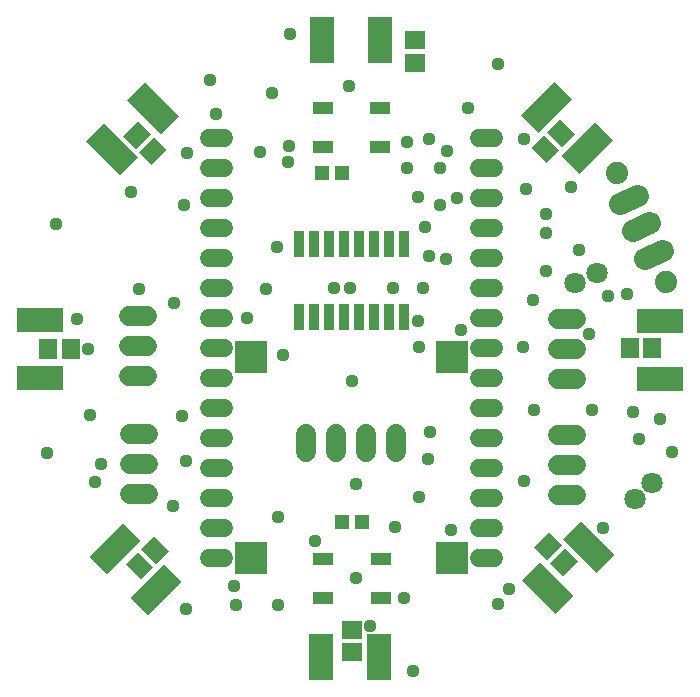
<source format=gbr>
G04 EAGLE Gerber RS-274X export*
G75*
%MOMM*%
%FSLAX34Y34*%
%LPD*%
%INSoldermask Bottom*%
%IPPOS*%
%AMOC8*
5,1,8,0,0,1.08239X$1,22.5*%
G01*
%ADD10C,1.727200*%
%ADD11R,0.863600X2.235200*%
%ADD12R,1.703200X1.103200*%
%ADD13R,2.133600X4.013200*%
%ADD14R,4.013200X2.133600*%
%ADD15R,1.803200X1.503200*%
%ADD16R,1.503200X1.803200*%
%ADD17C,1.511200*%
%ADD18R,2.743200X2.743200*%
%ADD19C,1.803200*%
%ADD20R,1.303200X1.203200*%
%ADD21C,1.853200*%
%ADD22C,1.879600*%
%ADD23C,1.117600*%


D10*
X-65989Y322686D02*
X-50749Y322686D01*
X-50749Y297286D02*
X-65989Y297286D01*
X-65989Y271886D02*
X-50749Y271886D01*
X296418Y269566D02*
X311658Y269566D01*
X311658Y294966D02*
X296418Y294966D01*
X296418Y320366D02*
X311658Y320366D01*
D11*
X77640Y383666D03*
X77640Y322198D03*
X90340Y383666D03*
X103040Y383666D03*
X90340Y322198D03*
X103040Y322198D03*
X115740Y383666D03*
X115740Y322198D03*
X128440Y383666D03*
X128440Y322198D03*
X141140Y383666D03*
X153840Y383666D03*
X141140Y322198D03*
X153840Y322198D03*
X166540Y383666D03*
X166540Y322198D03*
D10*
X83869Y222654D02*
X83869Y207414D01*
X109269Y207414D02*
X109269Y222654D01*
X134669Y222654D02*
X134669Y207414D01*
X160069Y207414D02*
X160069Y222654D01*
D12*
X97468Y465861D03*
X97468Y498861D03*
X146468Y465861D03*
X146468Y498861D03*
X97535Y84118D03*
X97535Y117118D03*
X146535Y84118D03*
X146535Y117118D03*
D10*
X-50673Y171953D02*
X-65913Y171953D01*
X-65913Y197353D02*
X-50673Y197353D01*
X-50673Y222753D02*
X-65913Y222753D01*
X296880Y171100D02*
X312120Y171100D01*
X312120Y196500D02*
X296880Y196500D01*
X296880Y221900D02*
X312120Y221900D01*
D13*
X96765Y556736D03*
X145787Y556736D03*
D14*
G36*
X265177Y493059D02*
X293554Y521436D01*
X308641Y506349D01*
X280264Y477972D01*
X265177Y493059D01*
G37*
G36*
X299841Y458396D02*
X328218Y486773D01*
X343305Y471686D01*
X314928Y443309D01*
X299841Y458396D01*
G37*
X382884Y318460D03*
X382884Y269438D03*
G36*
X316125Y148998D02*
X344502Y120621D01*
X329415Y105534D01*
X301038Y133911D01*
X316125Y148998D01*
G37*
G36*
X281462Y114334D02*
X309839Y85957D01*
X294752Y70870D01*
X266375Y99247D01*
X281462Y114334D01*
G37*
D13*
X145218Y34449D03*
X96196Y34449D03*
D14*
G36*
X-22083Y97779D02*
X-50460Y69402D01*
X-65547Y84489D01*
X-37170Y112866D01*
X-22083Y97779D01*
G37*
G36*
X-56747Y132443D02*
X-85124Y104066D01*
X-100211Y119153D01*
X-71834Y147530D01*
X-56747Y132443D01*
G37*
X-141441Y270707D03*
X-141441Y319729D03*
G36*
X-74035Y442334D02*
X-102412Y470711D01*
X-87325Y485798D01*
X-58948Y457421D01*
X-74035Y442334D01*
G37*
G36*
X-39371Y476998D02*
X-67748Y505375D01*
X-52661Y520462D01*
X-24284Y492085D01*
X-39371Y476998D01*
G37*
D15*
X175558Y556474D03*
X175558Y537474D03*
D16*
G36*
X287829Y478886D02*
X298458Y489515D01*
X311207Y476766D01*
X300578Y466137D01*
X287829Y478886D01*
G37*
G36*
X274394Y465451D02*
X285023Y476080D01*
X297772Y463331D01*
X287143Y452702D01*
X274394Y465451D01*
G37*
X376784Y295656D03*
X357784Y295656D03*
G36*
X303000Y126309D02*
X313629Y115680D01*
X300880Y102931D01*
X290251Y113560D01*
X303000Y126309D01*
G37*
G36*
X289565Y139744D02*
X300194Y129115D01*
X287445Y116366D01*
X276816Y126995D01*
X289565Y139744D01*
G37*
D15*
X122174Y38252D03*
X122174Y57252D03*
D16*
G36*
X-45959Y110438D02*
X-56588Y99809D01*
X-69337Y112558D01*
X-58708Y123187D01*
X-45959Y110438D01*
G37*
G36*
X-32524Y123873D02*
X-43153Y113244D01*
X-55902Y125993D01*
X-45273Y136622D01*
X-32524Y123873D01*
G37*
X-134722Y294640D03*
X-115722Y294640D03*
G36*
X-60858Y464372D02*
X-71487Y475001D01*
X-58738Y487750D01*
X-48109Y477121D01*
X-60858Y464372D01*
G37*
G36*
X-47423Y450937D02*
X-58052Y461566D01*
X-45303Y474315D01*
X-34674Y463686D01*
X-47423Y450937D01*
G37*
D17*
X966Y473201D02*
X14046Y473201D01*
X14046Y447801D02*
X966Y447801D01*
X966Y422401D02*
X14046Y422401D01*
X14046Y397001D02*
X966Y397001D01*
X966Y371601D02*
X14046Y371601D01*
X14046Y346201D02*
X966Y346201D01*
X966Y320801D02*
X14046Y320801D01*
X14046Y295401D02*
X966Y295401D01*
X966Y270001D02*
X14046Y270001D01*
X14046Y244601D02*
X966Y244601D01*
X966Y219201D02*
X14046Y219201D01*
X14046Y193801D02*
X966Y193801D01*
X966Y168401D02*
X14046Y168401D01*
X14046Y143001D02*
X966Y143001D01*
X966Y117601D02*
X14046Y117601D01*
X229566Y473201D02*
X242646Y473201D01*
X242646Y447801D02*
X229566Y447801D01*
X229566Y422401D02*
X242646Y422401D01*
X242646Y397001D02*
X229566Y397001D01*
X229566Y371601D02*
X242646Y371601D01*
X242646Y346201D02*
X229566Y346201D01*
X229566Y320801D02*
X242646Y320801D01*
X242646Y295401D02*
X229566Y295401D01*
X229566Y270001D02*
X242646Y270001D01*
X242646Y244601D02*
X229566Y244601D01*
X229566Y219201D02*
X242646Y219201D01*
X242646Y193801D02*
X229566Y193801D01*
X229566Y168401D02*
X242646Y168401D01*
X242646Y143001D02*
X229566Y143001D01*
X229566Y117601D02*
X242646Y117601D01*
D18*
X36740Y118157D03*
X36740Y288337D03*
X206920Y118157D03*
X206920Y288337D03*
D19*
X329643Y359146D03*
X311386Y350980D03*
D20*
X97291Y444119D03*
X114291Y444119D03*
X113801Y148590D03*
X130801Y148590D03*
D21*
X370247Y371368D02*
X385321Y378079D01*
X374989Y401283D02*
X359916Y394572D01*
X349585Y417776D02*
X364658Y424487D01*
D22*
X388115Y351519D03*
X346790Y444335D03*
D19*
X362429Y167729D03*
X376571Y181871D03*
D23*
X159000Y144000D03*
X125500Y181000D03*
X206500Y142000D03*
X245700Y79300D03*
X255500Y92000D03*
X59500Y152500D03*
X214500Y311000D03*
X269500Y430500D03*
X178900Y296300D03*
X-95500Y182500D03*
X-18000Y200000D03*
X-101500Y294600D03*
X-99800Y238900D03*
X-58100Y345900D03*
X-20200Y417100D03*
X-17000Y461000D03*
X323300Y307900D03*
X326000Y243400D03*
X276200Y243100D03*
X383300Y235400D03*
X178000Y424000D03*
X169000Y448000D03*
X54500Y512000D03*
X267800Y472400D03*
X246200Y536100D03*
X2500Y522500D03*
X287000Y360600D03*
X220200Y498800D03*
X178700Y318500D03*
X-65000Y428000D03*
X122000Y267500D03*
X-28900Y162100D03*
X70000Y562000D03*
X-128100Y401100D03*
X334800Y143200D03*
X393400Y207800D03*
X211500Y422500D03*
X308200Y432100D03*
X169000Y470500D03*
X268200Y183000D03*
X58500Y381000D03*
X360600Y241400D03*
X91000Y132000D03*
X-135500Y207000D03*
X68000Y453000D03*
X184500Y398000D03*
X33500Y321000D03*
X267000Y296500D03*
X276000Y336500D03*
X179000Y169500D03*
X126000Y101000D03*
X59500Y78000D03*
X24500Y78000D03*
X-18500Y74500D03*
X355000Y341500D03*
X49200Y345700D03*
X173900Y22200D03*
X137600Y60800D03*
X202200Y370800D03*
X365000Y219000D03*
X64000Y290000D03*
X-90000Y197500D03*
X69000Y466500D03*
X107500Y346500D03*
X22500Y94300D03*
X7500Y493500D03*
X44500Y462000D03*
X196500Y448000D03*
X196500Y416500D03*
X-21500Y238000D03*
X187500Y473000D03*
X-28500Y333500D03*
X202500Y463000D03*
X188500Y224500D03*
X186500Y201500D03*
X-110100Y320100D03*
X166500Y84000D03*
X119600Y518000D03*
X182600Y346700D03*
X120500Y346500D03*
X157500Y346500D03*
X314467Y378467D03*
X339200Y340184D03*
X286500Y409500D03*
X187500Y373500D03*
X286800Y393500D03*
M02*

</source>
